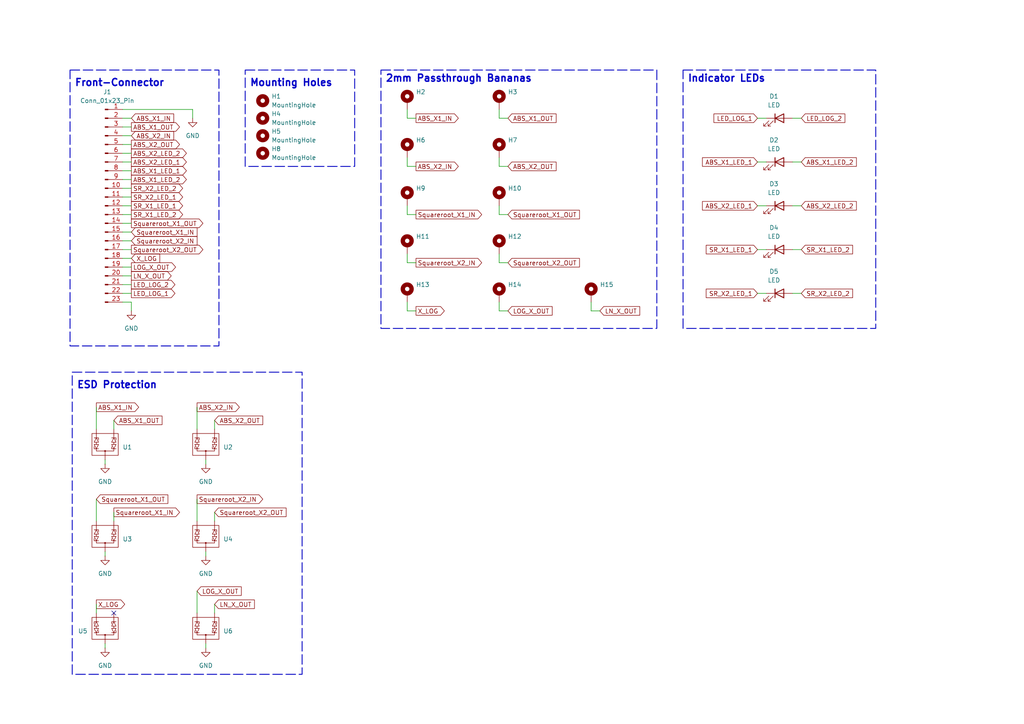
<source format=kicad_sch>
(kicad_sch (version 20231120) (generator "eeschema") (generator_version "8.0")
  (paper "A4")
  (lib_symbols
    (symbol "Connector:Conn_01x23_Pin" (pin_names (offset 1.016) hide)
      (property "Reference" "J" (at 0 30.48 0))
      (property "Value" "Conn_01x23_Pin" (at 0 -30.48 0))
      (symbol "Conn_01x23_Pin_1_1"
        (polyline (pts (xy 1.27 -27.94) (xy 0.8636 -27.94)) (stroke (width 0.1524)))
        (polyline (pts (xy 1.27 -25.4) (xy 0.8636 -25.4)) (stroke (width 0.1524)))
        (polyline (pts (xy 1.27 -22.86) (xy 0.8636 -22.86)) (stroke (width 0.1524)))
        (polyline (pts (xy 1.27 -20.32) (xy 0.8636 -20.32)) (stroke (width 0.1524)))
        (polyline (pts (xy 1.27 -17.78) (xy 0.8636 -17.78)) (stroke (width 0.1524)))
        (polyline (pts (xy 1.27 -15.24) (xy 0.8636 -15.24)) (stroke (width 0.1524)))
        (polyline (pts (xy 1.27 -12.7) (xy 0.8636 -12.7)) (stroke (width 0.1524)))
        (polyline (pts (xy 1.27 -10.16) (xy 0.8636 -10.16)) (stroke (width 0.1524)))
        (polyline (pts (xy 1.27 -7.62) (xy 0.8636 -7.62)) (stroke (width 0.1524)))
        (polyline (pts (xy 1.27 -5.08) (xy 0.8636 -5.08)) (stroke (width 0.1524)))
        (polyline (pts (xy 1.27 -2.54) (xy 0.8636 -2.54)) (stroke (width 0.1524)))
        (polyline (pts (xy 1.27 0) (xy 0.8636 0)) (stroke (width 0.1524)))
        (polyline (pts (xy 1.27 2.54) (xy 0.8636 2.54)) (stroke (width 0.1524)))
        (polyline (pts (xy 1.27 5.08) (xy 0.8636 5.08)) (stroke (width 0.1524)))
        (polyline (pts (xy 1.27 7.62) (xy 0.8636 7.62)) (stroke (width 0.1524)))
        (polyline (pts (xy 1.27 10.16) (xy 0.8636 10.16)) (stroke (width 0.1524)))
        (polyline (pts (xy 1.27 12.7) (xy 0.8636 12.7)) (stroke (width 0.1524)))
        (polyline (pts (xy 1.27 15.24) (xy 0.8636 15.24)) (stroke (width 0.1524)))
        (polyline (pts (xy 1.27 17.78) (xy 0.8636 17.78)) (stroke (width 0.1524)))
        (polyline (pts (xy 1.27 20.32) (xy 0.8636 20.32)) (stroke (width 0.1524)))
        (polyline (pts (xy 1.27 22.86) (xy 0.8636 22.86)) (stroke (width 0.1524)))
        (polyline (pts (xy 1.27 25.4) (xy 0.8636 25.4)) (stroke (width 0.1524)))
        (polyline (pts (xy 1.27 27.94) (xy 0.8636 27.94)) (stroke (width 0.1524)))
        (rectangle (start 0.8636 -27.813) (end 0 -28.067) (stroke (width 0.1524)) (fill (type outline)))
        (rectangle (start 0.8636 -25.273) (end 0 -25.527) (stroke (width 0.1524)) (fill (type outline)))
        (rectangle (start 0.8636 -22.733) (end 0 -22.987) (stroke (width 0.1524)) (fill (type outline)))
        (rectangle (start 0.8636 -20.193) (end 0 -20.447) (stroke (width 0.1524)) (fill (type outline)))
        (rectangle (start 0.8636 -17.653) (end 0 -17.907) (stroke (width 0.1524)) (fill (type outline)))
        (rectangle (start 0.8636 -15.113) (end 0 -15.367) (stroke (width 0.1524)) (fill (type outline)))
        (rectangle (start 0.8636 -12.573) (end 0 -12.827) (stroke (width 0.1524)) (fill (type outline)))
        (rectangle (start 0.8636 -10.033) (end 0 -10.287) (stroke (width 0.1524)) (fill (type outline)))
        (rectangle (start 0.8636 -7.493) (end 0 -7.747) (stroke (width 0.1524)) (fill (type outline)))
        (rectangle (start 0.8636 -4.953) (end 0 -5.207) (stroke (width 0.1524)) (fill (type outline)))
        (rectangle (start 0.8636 -2.413) (end 0 -2.667) (stroke (width 0.1524)) (fill (type outline)))
        (rectangle (start 0.8636 0.127) (end 0 -0.127) (stroke (width 0.1524)) (fill (type outline)))
        (rectangle (start 0.8636 2.667) (end 0 2.413) (stroke (width 0.1524)) (fill (type outline)))
        (rectangle (start 0.8636 5.207) (end 0 4.953) (stroke (width 0.1524)) (fill (type outline)))
        (rectangle (start 0.8636 7.747) (end 0 7.493) (stroke (width 0.1524)) (fill (type outline)))
        (rectangle (start 0.8636 10.287) (end 0 10.033) (stroke (width 0.1524)) (fill (type outline)))
        (rectangle (start 0.8636 12.827) (end 0 12.573) (stroke (width 0.1524)) (fill (type outline)))
        (rectangle (start 0.8636 15.367) (end 0 15.113) (stroke (width 0.1524)) (fill (type outline)))
        (rectangle (start 0.8636 17.907) (end 0 17.653) (stroke (width 0.1524)) (fill (type outline)))
        (rectangle (start 0.8636 20.447) (end 0 20.193) (stroke (width 0.1524)) (fill (type outline)))
        (rectangle (start 0.8636 22.987) (end 0 22.733) (stroke (width 0.1524)) (fill (type outline)))
        (rectangle (start 0.8636 25.527) (end 0 25.273) (stroke (width 0.1524)) (fill (type outline)))
        (rectangle (start 0.8636 28.067) (end 0 27.813) (stroke (width 0.1524)) (fill (type outline)))
        (pin passive line (at 5.08 27.94 180) (length 3.81) (name "Pin_1") (number "1"))
        (pin passive line (at 5.08 5.08 180) (length 3.81) (name "Pin_10") (number "10"))
        (pin passive line (at 5.08 2.54 180) (length 3.81) (name "Pin_11") (number "11"))
        (pin passive line (at 5.08 0 180) (length 3.81) (name "Pin_12") (number "12"))
        (pin passive line (at 5.08 -2.54 180) (length 3.81) (name "Pin_13") (number "13"))
        (pin passive line (at 5.08 -5.08 180) (length 3.81) (name "Pin_14") (number "14"))
        (pin passive line (at 5.08 -7.62 180) (length 3.81) (name "Pin_15") (number "15"))
        (pin passive line (at 5.08 -10.16 180) (length 3.81) (name "Pin_16") (number "16"))
        (pin passive line (at 5.08 -12.7 180) (length 3.81) (name "Pin_17") (number "17"))
        (pin passive line (at 5.08 -15.24 180) (length 3.81) (name "Pin_18") (number "18"))
        (pin passive line (at 5.08 -17.78 180) (length 3.81) (name "Pin_19") (number "19"))
        (pin passive line (at 5.08 25.4 180) (length 3.81) (name "Pin_2") (number "2"))
        (pin passive line (at 5.08 -20.32 180) (length 3.81) (name "Pin_20") (number "20"))
        (pin passive line (at 5.08 -22.86 180) (length 3.81) (name "Pin_21") (number "21"))
        (pin passive line (at 5.08 -25.4 180) (length 3.81) (name "Pin_22") (number "22"))
        (pin passive line (at 5.08 -27.94 180) (length 3.81) (name "Pin_23") (number "23"))
        (pin passive line (at 5.08 22.86 180) (length 3.81) (name "Pin_3") (number "3"))
        (pin passive line (at 5.08 20.32 180) (length 3.81) (name "Pin_4") (number "4"))
        (pin passive line (at 5.08 17.78 180) (length 3.81) (name "Pin_5") (number "5"))
        (pin passive line (at 5.08 15.24 180) (length 3.81) (name "Pin_6") (number "6"))
        (pin passive line (at 5.08 12.7 180) (length 3.81) (name "Pin_7") (number "7"))
        (pin passive line (at 5.08 10.16 180) (length 3.81) (name "Pin_8") (number "8"))
        (pin passive line (at 5.08 7.62 180) (length 3.81) (name "Pin_9") (number "9"))
      )
    )
    (symbol "Device:LED" (pin_numbers hide) (pin_names (offset 1.016) hide)
      (property "Reference" "D" (at 0 2.54 0))
      (property "Value" "LED" (at 0 -2.54 0))
      (symbol "LED_0_1"
        (polyline (pts (xy -1.27 -1.27) (xy -1.27 1.27)) (stroke (width 0.254)))
        (polyline (pts (xy -1.27 0) (xy 1.27 0)))
        (polyline (pts (xy 1.27 -1.27) (xy 1.27 1.27) (xy -1.27 0) (xy 1.27 -1.27)) (stroke (width 0.254)))
        (polyline (pts (xy -3.048 -0.762) (xy -4.572 -2.286) (xy -3.81 -2.286) (xy -4.572 -2.286) (xy -4.572 -1.524)))
        (polyline (pts (xy -1.778 -0.762) (xy -3.302 -2.286) (xy -2.54 -2.286) (xy -3.302 -2.286) (xy -3.302 -1.524)))
      )
      (symbol "LED_1_1"
        (pin passive line (at -3.81 0 0) (length 2.54) (name "K") (number "1"))
        (pin passive line (at 3.81 0 180) (length 2.54) (name "A") (number "2"))
      )
    )
    (symbol "Mechanical:MountingHole" (pin_names (offset 1.016)) (exclude_from_sim yes) (in_bom no)
      (property "Reference" "H" (at 0 5.08 0))
      (property "Value" "MountingHole" (at 0 3.175 0))
      (symbol "MountingHole_0_1"
        (circle (center 0 0) (radius 1.27) (stroke (width 1.27)))
      )
    )
    (symbol "Mechanical:MountingHole_Pad" (pin_numbers hide) (pin_names (offset 1.016) hide) (exclude_from_sim yes) (in_bom no)
      (property "Reference" "H" (at 0 6.35 0))
      (property "Value" "MountingHole_Pad" (at 0 4.445 0))
      (symbol "MountingHole_Pad_0_1"
        (circle (center 0 1.27) (radius 1.27) (stroke (width 1.27)))
      )
      (symbol "MountingHole_Pad_1_1"
        (pin input line (at 0 -2.54 90) (length 2.54) (name "1") (number "1"))
      )
    )
    (symbol "VCAN16A2-03S-E3-08_1" (pin_numbers hide) (pin_names (offset 0) hide)
      (property "Reference" "U" (at -1.27 0 0))
      (symbol "VCAN16A2-03S-E3-08_1_0_1"
        (polyline (pts (xy 0 -2.54) (xy 0.635 -2.54)))
        (polyline (pts (xy 0 2.54) (xy 0.635 2.54)))
        (polyline (pts (xy -1.27 -3.175) (xy -1.27 -1.905) (xy -0.635 -1.905)))
        (polyline (pts (xy -1.27 1.905) (xy -1.27 3.175) (xy -0.635 3.175)))
        (polyline (pts (xy 1.905 -1.905) (xy 1.905 -3.175) (xy 1.27 -3.175)))
        (polyline (pts (xy 1.905 3.175) (xy 1.905 1.905) (xy 1.27 1.905)))
        (polyline (pts (xy -1.27 -2.54) (xy 0 -1.905) (xy 0 -3.175) (xy -1.27 -2.54)))
        (polyline (pts (xy -1.27 2.54) (xy 0 3.175) (xy 0 1.905) (xy -1.27 2.54)))
        (polyline (pts (xy 0.635 -3.175) (xy 0.635 -1.905) (xy 1.905 -2.54) (xy 0.635 -3.175)))
        (polyline (pts (xy 0.635 3.175) (xy 0.635 1.905) (xy 1.905 2.54) (xy 0.635 3.175)))
        (polyline (pts (xy 1.905 2.54) (xy 2.54 2.54) (xy 2.54 -2.54) (xy 1.905 -2.54)))
      )
      (symbol "VCAN16A2-03S-E3-08_1_1_1"
        (rectangle (start -2.54 3.81) (end 3.81 -3.81))
        (circle (center 2.54 0) (radius 0.254) (stroke (width -0.0001)) (fill (type outline)))
        (pin input line (at -3.81 2.54 0) (length 2.54) (name "IN1") (number "1"))
        (pin input line (at -3.81 -2.54 0) (length 2.54) (name "IN2") (number "2"))
        (pin input line (at 5.08 0 180) (length 2.54) (name "OUT") (number "3"))
      )
    )
    (symbol "power:GND" (power) (pin_numbers hide) (pin_names (offset 0) hide)
      (property "Value" "GND" (at 0 -3.81 0))
      (symbol "GND_0_1"
        (polyline (pts (xy 0 0) (xy 0 -1.27) (xy 1.27 -1.27) (xy 0 -2.54) (xy -1.27 -1.27) (xy 0 -1.27)))
      )
      (symbol "GND_1_1"
        (pin power_in line (at 0 0 270) (length 0) (name "~") (number "1"))
      )
    )
  )
  (no_connect (at 33.02 177.8))
  (wire (pts (xy 27.94 144.78) (xy 27.94 151.13)))
  (wire (pts (xy 144.78 45.72) (xy 144.78 48.26)))
  (wire (pts (xy 219.71 34.29) (xy 222.25 34.29)))
  (wire (pts (xy 35.56 69.85) (xy 38.1 69.85)))
  (wire (pts (xy 33.02 121.92) (xy 33.02 124.46)))
  (wire (pts (xy 118.11 87.63) (xy 118.11 90.17)))
  (wire (pts (xy 118.11 45.72) (xy 118.11 48.26)))
  (wire (pts (xy 35.56 74.93) (xy 38.1 74.93)))
  (wire (pts (xy 118.11 34.29) (xy 120.65 34.29)))
  (wire (pts (xy 118.11 73.66) (xy 118.11 76.2)))
  (wire (pts (xy 35.56 77.47) (xy 38.1 77.47)))
  (wire (pts (xy 171.45 87.63) (xy 171.45 90.17)))
  (wire (pts (xy 35.56 49.53) (xy 38.1 49.53)))
  (wire (pts (xy 219.71 72.39) (xy 222.25 72.39)))
  (wire (pts (xy 35.56 80.01) (xy 38.1 80.01)))
  (wire (pts (xy 171.45 90.17) (xy 173.99 90.17)))
  (wire (pts (xy 35.56 52.07) (xy 38.1 52.07)))
  (wire (pts (xy 118.11 76.2) (xy 120.65 76.2)))
  (wire (pts (xy 144.78 76.2) (xy 147.32 76.2)))
  (wire (pts (xy 35.56 34.29) (xy 38.1 34.29)))
  (wire (pts (xy 35.56 59.69) (xy 38.1 59.69)))
  (wire (pts (xy 35.56 41.91) (xy 38.1 41.91)))
  (wire (pts (xy 229.87 85.09) (xy 232.41 85.09)))
  (wire (pts (xy 35.56 31.75) (xy 55.88 31.75)))
  (wire (pts (xy 30.48 134.62) (xy 30.48 133.35)))
  (wire (pts (xy 62.23 148.59) (xy 62.23 151.13)))
  (wire (pts (xy 144.78 34.29) (xy 147.32 34.29)))
  (wire (pts (xy 35.56 46.99) (xy 38.1 46.99)))
  (wire (pts (xy 35.56 67.31) (xy 38.1 67.31)))
  (wire (pts (xy 35.56 62.23) (xy 38.1 62.23)))
  (wire (pts (xy 229.87 59.69) (xy 232.41 59.69)))
  (wire (pts (xy 35.56 57.15) (xy 38.1 57.15)))
  (wire (pts (xy 144.78 48.26) (xy 147.32 48.26)))
  (wire (pts (xy 144.78 59.69) (xy 144.78 62.23)))
  (wire (pts (xy 35.56 85.09) (xy 38.1 85.09)))
  (wire (pts (xy 144.78 73.66) (xy 144.78 76.2)))
  (wire (pts (xy 219.71 85.09) (xy 222.25 85.09)))
  (wire (pts (xy 59.69 161.29) (xy 59.69 160.02)))
  (wire (pts (xy 35.56 36.83) (xy 38.1 36.83)))
  (wire (pts (xy 35.56 64.77) (xy 38.1 64.77)))
  (wire (pts (xy 62.23 175.26) (xy 62.23 177.8)))
  (wire (pts (xy 118.11 48.26) (xy 120.65 48.26)))
  (wire (pts (xy 118.11 59.69) (xy 118.11 62.23)))
  (wire (pts (xy 229.87 34.29) (xy 232.41 34.29)))
  (wire (pts (xy 229.87 46.99) (xy 232.41 46.99)))
  (wire (pts (xy 144.78 62.23) (xy 147.32 62.23)))
  (wire (pts (xy 118.11 62.23) (xy 120.65 62.23)))
  (wire (pts (xy 35.56 72.39) (xy 38.1 72.39)))
  (wire (pts (xy 144.78 90.17) (xy 147.32 90.17)))
  (wire (pts (xy 35.56 54.61) (xy 38.1 54.61)))
  (wire (pts (xy 118.11 90.17) (xy 120.65 90.17)))
  (wire (pts (xy 144.78 31.75) (xy 144.78 34.29)))
  (wire (pts (xy 27.94 175.26) (xy 27.94 177.8)))
  (wire (pts (xy 144.78 87.63) (xy 144.78 90.17)))
  (wire (pts (xy 229.87 72.39) (xy 232.41 72.39)))
  (wire (pts (xy 62.23 121.92) (xy 62.23 124.46)))
  (wire (pts (xy 57.15 118.11) (xy 57.15 124.46)))
  (wire (pts (xy 35.56 82.55) (xy 38.1 82.55)))
  (wire (pts (xy 30.48 187.96) (xy 30.48 186.69)))
  (wire (pts (xy 33.02 148.59) (xy 33.02 151.13)))
  (wire (pts (xy 55.88 31.75) (xy 55.88 34.29)))
  (wire (pts (xy 30.48 161.29) (xy 30.48 160.02)))
  (wire (pts (xy 219.71 59.69) (xy 222.25 59.69)))
  (wire (pts (xy 219.71 46.99) (xy 222.25 46.99)))
  (wire (pts (xy 38.1 87.63) (xy 38.1 90.17)))
  (wire (pts (xy 35.56 44.45) (xy 38.1 44.45)))
  (wire (pts (xy 57.15 144.78) (xy 57.15 151.13)))
  (wire (pts (xy 57.15 171.45) (xy 57.15 177.8)))
  (wire (pts (xy 27.94 118.11) (xy 27.94 124.46)))
  (wire (pts (xy 59.69 187.96) (xy 59.69 186.69)))
  (wire (pts (xy 35.56 87.63) (xy 38.1 87.63)))
  (wire (pts (xy 35.56 39.37) (xy 38.1 39.37)))
  (wire (pts (xy 118.11 31.75) (xy 118.11 34.29)))
  (wire (pts (xy 59.69 134.62) (xy 59.69 133.35)))
  (rectangle (start 110.49 20.32) (end 190.5 95.25) (stroke (width 0.254) (type dash)))
  (rectangle (start 71.12 20.32) (end 102.87 48.26) (stroke (width 0.254) (type dash)))
  (rectangle (start 20.955 107.95) (end 87.63 195.58) (stroke (width 0.254) (type dash)))
  (rectangle (start 20.32 20.32) (end 63.5 100.33) (stroke (width 0.254) (type dash)))
  (rectangle (start 198.12 20.32) (end 254 95.25) (stroke (width 0.254) (type dash)))
  (text "2mm Passthrough Bananas" (at 111.76 22.86 0) (effects (font (size 2.032 2.032) (thickness 0.4064) (bold yes)) (justify left)))
  (text "Front-Connector" (at 21.59 24.13 0) (effects (font (size 2.032 2.032) (thickness 0.4064) (bold yes)) (justify left)))
  (text "ESD Protection" (at 22.225 111.76 0) (effects (font (size 2.032 2.032) (bold yes)) (justify left)))
  (text "Indicator LEDs" (at 199.39 22.86 0) (effects (font (size 2.032 2.032) (thickness 0.4064) (bold yes)) (justify left)))
  (text "Mounting Holes" (at 72.39 24.13 0) (effects (font (size 2.032 2.032) (thickness 0.4064) (bold yes)) (justify left)))
  (global_label "ABS_X1_OUT" (shape output) (at 38.1 36.83 0) (property "Intersheetrefs" "${INTERSHEET_REFS}" (effects (hide yes))))
  (global_label "Squareroot_X2_OUT" (shape output) (at 38.1 72.39 0) (property "Intersheetrefs" "${INTERSHEET_REFS}" (effects (hide yes))))
  (global_label "Squareroot_X2_OUT" (shape input) (at 62.23 148.59 0) (property "Intersheetrefs" "${INTERSHEET_REFS}" (effects (hide yes))))
  (global_label "SR_X1_LED_1" (shape input) (at 219.71 72.39 180) (property "Intersheetrefs" "${INTERSHEET_REFS}" (effects (hide yes))))
  (global_label "SR_X1_LED_2" (shape input) (at 232.41 72.39 0) (property "Intersheetrefs" "${INTERSHEET_REFS}" (effects (hide yes))))
  (global_label "Squareroot_X1_OUT" (shape input) (at 27.94 144.78 0) (property "Intersheetrefs" "${INTERSHEET_REFS}" (effects (hide yes))))
  (global_label "LOG_X_OUT" (shape input) (at 147.32 90.17 0) (property "Intersheetrefs" "${INTERSHEET_REFS}" (effects (hide yes))))
  (global_label "LOG_X_OUT" (shape input) (at 57.15 171.45 0) (property "Intersheetrefs" "${INTERSHEET_REFS}" (effects (hide yes))))
  (global_label "ABS_X1_OUT" (shape input) (at 33.02 121.92 0) (property "Intersheetrefs" "${INTERSHEET_REFS}" (effects (hide yes))))
  (global_label "Squareroot_X1_IN" (shape output) (at 120.65 62.23 0) (property "Intersheetrefs" "${INTERSHEET_REFS}" (effects (hide yes))))
  (global_label "Squareroot_X2_IN" (shape output) (at 120.65 76.2 0) (property "Intersheetrefs" "${INTERSHEET_REFS}" (effects (hide yes))))
  (global_label "ABS_X1_OUT" (shape input) (at 147.32 34.29 0) (property "Intersheetrefs" "${INTERSHEET_REFS}" (effects (hide yes))))
  (global_label "LN_X_OUT" (shape input) (at 173.99 90.17 0) (property "Intersheetrefs" "${INTERSHEET_REFS}" (effects (hide yes))))
  (global_label "LED_LOG_2" (shape output) (at 38.1 82.55 0) (property "Intersheetrefs" "${INTERSHEET_REFS}" (effects (hide yes))))
  (global_label "ABS_X1_LED_2" (shape output) (at 38.1 52.07 0) (property "Intersheetrefs" "${INTERSHEET_REFS}" (effects (hide yes))))
  (global_label "ABS_X2_IN" (shape output) (at 57.15 118.11 0) (property "Intersheetrefs" "${INTERSHEET_REFS}" (effects (hide yes))))
  (global_label "ABS_X2_OUT" (shape input) (at 62.23 121.92 0) (property "Intersheetrefs" "${INTERSHEET_REFS}" (effects (hide yes))))
  (global_label "SR_X2_LED_1" (shape input) (at 219.71 85.09 180) (property "Intersheetrefs" "${INTERSHEET_REFS}" (effects (hide yes))))
  (global_label "Squareroot_X1_OUT" (shape input) (at 147.32 62.23 0) (property "Intersheetrefs" "${INTERSHEET_REFS}" (effects (hide yes))))
  (global_label "Squareroot_X2_IN" (shape input) (at 38.1 69.85 0) (property "Intersheetrefs" "${INTERSHEET_REFS}" (effects (hide yes))))
  (global_label "Squareroot_X1_IN" (shape input) (at 38.1 67.31 0) (property "Intersheetrefs" "${INTERSHEET_REFS}" (effects (hide yes))))
  (global_label "SR_X2_LED_2" (shape output) (at 38.1 54.61 0) (property "Intersheetrefs" "${INTERSHEET_REFS}" (effects (hide yes))))
  (global_label "ABS_X2_LED_1" (shape output) (at 38.1 46.99 0) (property "Intersheetrefs" "${INTERSHEET_REFS}" (effects (hide yes))))
  (global_label "ABS_X2_OUT" (shape output) (at 38.1 41.91 0) (property "Intersheetrefs" "${INTERSHEET_REFS}" (effects (hide yes))))
  (global_label "ABS_X1_IN" (shape output) (at 120.65 34.29 0) (property "Intersheetrefs" "${INTERSHEET_REFS}" (effects (hide yes))))
  (global_label "SR_X2_LED_2" (shape input) (at 232.41 85.09 0) (property "Intersheetrefs" "${INTERSHEET_REFS}" (effects (hide yes))))
  (global_label "ABS_X1_IN" (shape input) (at 38.1 34.29 0) (property "Intersheetrefs" "${INTERSHEET_REFS}" (effects (hide yes))))
  (global_label "ABS_X1_LED_1" (shape input) (at 219.71 46.99 180) (property "Intersheetrefs" "${INTERSHEET_REFS}" (effects (hide yes))))
  (global_label "ABS_X2_LED_2" (shape output) (at 38.1 44.45 0) (property "Intersheetrefs" "${INTERSHEET_REFS}" (effects (hide yes))))
  (global_label "SR_X2_LED_1" (shape output) (at 38.1 57.15 0) (property "Intersheetrefs" "${INTERSHEET_REFS}" (effects (hide yes))))
  (global_label "LN_X_OUT" (shape input) (at 62.23 175.26 0) (property "Intersheetrefs" "${INTERSHEET_REFS}" (effects (hide yes))))
  (global_label "Squareroot_X2_OUT" (shape input) (at 147.32 76.2 0) (property "Intersheetrefs" "${INTERSHEET_REFS}" (effects (hide yes))))
  (global_label "LED_LOG_1" (shape input) (at 219.71 34.29 180) (property "Intersheetrefs" "${INTERSHEET_REFS}" (effects (hide yes))))
  (global_label "ABS_X2_IN" (shape output) (at 120.65 48.26 0) (property "Intersheetrefs" "${INTERSHEET_REFS}" (effects (hide yes))))
  (global_label "LN_X_OUT" (shape output) (at 38.1 80.01 0) (property "Intersheetrefs" "${INTERSHEET_REFS}" (effects (hide yes))))
  (global_label "ABS_X2_IN" (shape input) (at 38.1 39.37 0) (property "Intersheetrefs" "${INTERSHEET_REFS}" (effects (hide yes))))
  (global_label "LOG_X_OUT" (shape output) (at 38.1 77.47 0) (property "Intersheetrefs" "${INTERSHEET_REFS}" (effects (hide yes))))
  (global_label "SR_X1_LED_1" (shape output) (at 38.1 59.69 0) (property "Intersheetrefs" "${INTERSHEET_REFS}" (effects (hide yes))))
  (global_label "X_LOG" (shape output) (at 120.65 90.17 0) (property "Intersheetrefs" "${INTERSHEET_REFS}" (effects (hide yes))))
  (global_label "ABS_X2_LED_2" (shape input) (at 232.41 59.69 0) (property "Intersheetrefs" "${INTERSHEET_REFS}" (effects (hide yes))))
  (global_label "ABS_X2_OUT" (shape input) (at 147.32 48.26 0) (property "Intersheetrefs" "${INTERSHEET_REFS}" (effects (hide yes))))
  (global_label "Squareroot_X2_IN" (shape output) (at 57.15 144.78 0) (property "Intersheetrefs" "${INTERSHEET_REFS}" (effects (hide yes))))
  (global_label "ABS_X2_LED_1" (shape input) (at 219.71 59.69 180) (property "Intersheetrefs" "${INTERSHEET_REFS}" (effects (hide yes))))
  (global_label "Squareroot_X1_OUT" (shape output) (at 38.1 64.77 0) (property "Intersheetrefs" "${INTERSHEET_REFS}" (effects (hide yes))))
  (global_label "X_LOG" (shape input) (at 38.1 74.93 0) (property "Intersheetrefs" "${INTERSHEET_REFS}" (effects (hide yes))))
  (global_label "SR_X1_LED_2" (shape output) (at 38.1 62.23 0) (property "Intersheetrefs" "${INTERSHEET_REFS}" (effects (hide yes))))
  (global_label "LED_LOG_2" (shape input) (at 232.41 34.29 0) (property "Intersheetrefs" "${INTERSHEET_REFS}" (effects (hide yes))))
  (global_label "Squareroot_X1_IN" (shape output) (at 33.02 148.59 0) (property "Intersheetrefs" "${INTERSHEET_REFS}" (effects (hide yes))))
  (global_label "ABS_X1_LED_1" (shape output) (at 38.1 49.53 0) (property "Intersheetrefs" "${INTERSHEET_REFS}" (effects (hide yes))))
  (global_label "X_LOG" (shape output) (at 27.94 175.26 0) (property "Intersheetrefs" "${INTERSHEET_REFS}" (effects (hide yes))))
  (global_label "LED_LOG_1" (shape output) (at 38.1 85.09 0) (property "Intersheetrefs" "${INTERSHEET_REFS}" (effects (hide yes))))
  (global_label "ABS_X1_LED_2" (shape input) (at 232.41 46.99 0) (property "Intersheetrefs" "${INTERSHEET_REFS}" (effects (hide yes))))
  (global_label "ABS_X1_IN" (shape output) (at 27.94 118.11 0) (property "Intersheetrefs" "${INTERSHEET_REFS}" (effects (hide yes))))
  (symbol (lib_id "Mechanical:MountingHole_Pad") (at 118.11 57.15 0) (unit 1) (exclude_from_sim yes) (in_bom no)
    (property "Reference" "H9" (at 120.65 54.6099 0) (effects (justify left)))
    (property "Value" "Squareroot_X1_IN" (effects (hide yes)))
    (property "Footprint" "MountingHole:MountingHole_4.3mm_M4_DIN965_Pad" (effects (hide yes)))
    (property "Description" "Mounting Hole with connection" (effects (hide yes)))
  )
  (symbol (lib_name "VCAN16A2-03S-E3-08_1") (lib_id "Analog_computing:VCAN16A2-03S-E3-08") (at 59.69 128.27 270) (unit 1) (exclude_from_sim yes)
    (property "Reference" "U2" (at 64.77 129.6945 90) (effects (justify left)))
    (property "Value" "VCAN16A2" (effects (hide yes)))
    (property "Footprint" "analog_computing:VCAN16A2-03S-E3-08" (effects (hide yes)))
  )
  (symbol (lib_id "power:GND") (at 38.1 90.17 0) (unit 1)
    (property "Reference" "#PWR02" (effects (hide yes)))
    (property "Value" "GND" (at 38.1 95.25 0))
    (property "Description" "Power symbol creates a global label with name \"GND\" , ground" (effects (hide yes)))
  )
  (symbol (lib_id "Mechanical:MountingHole_Pad") (at 144.78 29.21 0) (unit 1) (exclude_from_sim yes) (in_bom no)
    (property "Reference" "H3" (at 147.32 26.6699 0) (effects (justify left)))
    (property "Value" "ABS_X1_OUT" (effects (hide yes)))
    (property "Footprint" "MountingHole:MountingHole_4.3mm_M4_DIN965_Pad" (effects (hide yes)))
    (property "Description" "Mounting Hole with connection" (effects (hide yes)))
  )
  (symbol (lib_name "VCAN16A2-03S-E3-08_1") (lib_id "Analog_computing:VCAN16A2-03S-E3-08") (at 59.69 154.94 270) (unit 1) (exclude_from_sim yes)
    (property "Reference" "U4" (at 64.77 156.3645 90) (effects (justify left)))
    (property "Value" "VCAN16A2" (effects (hide yes)))
    (property "Footprint" "analog_computing:VCAN16A2-03S-E3-08" (effects (hide yes)))
  )
  (symbol (lib_id "Mechanical:MountingHole_Pad") (at 171.45 85.09 0) (unit 1) (exclude_from_sim yes) (in_bom no)
    (property "Reference" "H15" (at 173.99 82.5499 0) (effects (justify left)))
    (property "Value" "LN_X_OUT" (effects (hide yes)))
    (property "Footprint" "MountingHole:MountingHole_4.3mm_M4_DIN965_Pad" (effects (hide yes)))
    (property "Description" "Mounting Hole with connection" (effects (hide yes)))
  )
  (symbol (lib_id "power:GND") (at 59.69 134.62 0) (unit 1) (exclude_from_sim yes)
    (property "Reference" "#PWR04" (effects (hide yes)))
    (property "Value" "GND" (at 59.69 139.7 0))
    (property "Description" "Power symbol creates a global label with name \"GND\" , ground" (effects (hide yes)))
  )
  (symbol (lib_name "VCAN16A2-03S-E3-08_1") (lib_id "Analog_computing:VCAN16A2-03S-E3-08") (at 30.48 181.61 90) (mirror x) (unit 1) (exclude_from_sim yes)
    (property "Reference" "U5" (at 25.4 183.0345 90) (effects (justify left)))
    (property "Value" "VCAN16A2" (effects (hide yes)))
    (property "Footprint" "analog_computing:VCAN16A2-03S-E3-08" (effects (hide yes)))
  )
  (symbol (lib_id "Mechanical:MountingHole_Pad") (at 118.11 43.18 0) (unit 1) (exclude_from_sim yes) (in_bom no)
    (property "Reference" "H6" (at 120.65 40.6399 0) (effects (justify left)))
    (property "Value" "ABS_X2_IN" (effects (hide yes)))
    (property "Footprint" "MountingHole:MountingHole_4.3mm_M4_DIN965_Pad" (effects (hide yes)))
    (property "Description" "Mounting Hole with connection" (effects (hide yes)))
  )
  (symbol (lib_id "power:GND") (at 59.69 161.29 0) (unit 1) (exclude_from_sim yes)
    (property "Reference" "#PWR06" (effects (hide yes)))
    (property "Value" "GND" (at 59.69 166.37 0))
    (property "Description" "Power symbol creates a global label with name \"GND\" , ground" (effects (hide yes)))
  )
  (symbol (lib_id "Mechanical:MountingHole_Pad") (at 144.78 43.18 0) (unit 1) (exclude_from_sim yes) (in_bom no)
    (property "Reference" "H7" (at 147.32 40.6399 0) (effects (justify left)))
    (property "Value" "ABS_X2_OUT" (effects (hide yes)))
    (property "Footprint" "MountingHole:MountingHole_4.3mm_M4_DIN965_Pad" (effects (hide yes)))
    (property "Description" "Mounting Hole with connection" (effects (hide yes)))
  )
  (symbol (lib_id "power:GND") (at 59.69 187.96 0) (unit 1) (exclude_from_sim yes)
    (property "Reference" "#PWR08" (effects (hide yes)))
    (property "Value" "GND" (at 59.69 193.04 0))
    (property "Description" "Power symbol creates a global label with name \"GND\" , ground" (effects (hide yes)))
  )
  (symbol (lib_id "Device:LED") (at 226.06 85.09 0) (unit 1)
    (property "Reference" "D5" (at 224.4725 78.74 0))
    (property "Value" "LED" (at 224.4725 81.28 0))
    (property "Footprint" "LED_THT:LED_D3.0mm_FlatTop" (effects (hide yes)))
    (property "Description" "Light emitting diode" (effects (hide yes)))
  )
  (symbol (lib_id "Mechanical:MountingHole") (at 76.2 39.37 0) (unit 1) (exclude_from_sim yes) (in_bom no)
    (property "Reference" "H5" (at 78.74 38.0999 0) (effects (justify left)))
    (property "Value" "MountingHole" (at 78.74 40.6399 0) (effects (justify left)))
    (property "Footprint" "MountingHole:MountingHole_3.2mm_M3_DIN965" (effects (hide yes)))
    (property "Description" "Mounting Hole without connection" (effects (hide yes)))
  )
  (symbol (lib_id "Connector:Conn_01x23_Pin") (at 30.48 59.69 0) (unit 1)
    (property "Reference" "J1" (at 31.115 26.67 0))
    (property "Value" "Conn_01x23_Pin" (at 31.115 29.21 0))
    (property "Footprint" "Connector_PinSocket_2.54mm:PinSocket_1x23_P2.54mm_Vertical" (effects (hide yes)))
    (property "Description" "Generic connector, single row, 01x23, script generated" (effects (hide yes)))
  )
  (symbol (lib_id "power:GND") (at 30.48 161.29 0) (unit 1) (exclude_from_sim yes)
    (property "Reference" "#PWR05" (effects (hide yes)))
    (property "Value" "GND" (at 30.48 166.37 0))
    (property "Description" "Power symbol creates a global label with name \"GND\" , ground" (effects (hide yes)))
  )
  (symbol (lib_id "Device:LED") (at 226.06 72.39 0) (unit 1)
    (property "Reference" "D4" (at 224.4725 66.04 0))
    (property "Value" "LED" (at 224.4725 68.58 0))
    (property "Footprint" "LED_THT:LED_D3.0mm_FlatTop" (effects (hide yes)))
    (property "Description" "Light emitting diode" (effects (hide yes)))
  )
  (symbol (lib_name "VCAN16A2-03S-E3-08_1") (lib_id "Analog_computing:VCAN16A2-03S-E3-08") (at 59.69 181.61 270) (unit 1) (exclude_from_sim yes)
    (property "Reference" "U6" (at 64.77 183.0345 90) (effects (justify left)))
    (property "Value" "VCAN16A2" (effects (hide yes)))
    (property "Footprint" "analog_computing:VCAN16A2-03S-E3-08" (effects (hide yes)))
  )
  (symbol (lib_id "power:GND") (at 30.48 187.96 0) (unit 1) (exclude_from_sim yes)
    (property "Reference" "#PWR07" (effects (hide yes)))
    (property "Value" "GND" (at 30.48 193.04 0))
    (property "Description" "Power symbol creates a global label with name \"GND\" , ground" (effects (hide yes)))
  )
  (symbol (lib_id "Mechanical:MountingHole_Pad") (at 118.11 29.21 0) (unit 1) (exclude_from_sim yes) (in_bom no)
    (property "Reference" "H2" (at 120.65 26.6699 0) (effects (justify left)))
    (property "Value" "ABS_X1_IN" (effects (hide yes)))
    (property "Footprint" "MountingHole:MountingHole_4.3mm_M4_DIN965_Pad" (effects (hide yes)))
    (property "Description" "Mounting Hole with connection" (effects (hide yes)))
  )
  (symbol (lib_id "Device:LED") (at 226.06 34.29 0) (unit 1)
    (property "Reference" "D1" (at 224.4725 27.94 0))
    (property "Value" "LED" (at 224.4725 30.48 0))
    (property "Footprint" "LED_THT:LED_D3.0mm_FlatTop" (effects (hide yes)))
    (property "Description" "Light emitting diode" (effects (hide yes)))
  )
  (symbol (lib_id "Mechanical:MountingHole") (at 76.2 34.29 0) (unit 1) (exclude_from_sim yes) (in_bom no)
    (property "Reference" "H4" (at 78.74 33.0199 0) (effects (justify left)))
    (property "Value" "MountingHole" (at 78.74 35.5599 0) (effects (justify left)))
    (property "Footprint" "MountingHole:MountingHole_3.2mm_M3_DIN965" (effects (hide yes)))
    (property "Description" "Mounting Hole without connection" (effects (hide yes)))
  )
  (symbol (lib_name "VCAN16A2-03S-E3-08_1") (lib_id "Analog_computing:VCAN16A2-03S-E3-08") (at 30.48 154.94 270) (unit 1) (exclude_from_sim yes)
    (property "Reference" "U3" (at 35.56 156.3645 90) (effects (justify left)))
    (property "Value" "VCAN16A2" (effects (hide yes)))
    (property "Footprint" "analog_computing:VCAN16A2-03S-E3-08" (effects (hide yes)))
  )
  (symbol (lib_id "Device:LED") (at 226.06 46.99 0) (unit 1)
    (property "Reference" "D2" (at 224.4725 40.64 0))
    (property "Value" "LED" (at 224.4725 43.18 0))
    (property "Footprint" "LED_THT:LED_D3.0mm_FlatTop" (effects (hide yes)))
    (property "Description" "Light emitting diode" (effects (hide yes)))
  )
  (symbol (lib_id "power:GND") (at 30.48 134.62 0) (unit 1) (exclude_from_sim yes)
    (property "Reference" "#PWR03" (effects (hide yes)))
    (property "Value" "GND" (at 30.48 139.7 0))
    (property "Description" "Power symbol creates a global label with name \"GND\" , ground" (effects (hide yes)))
  )
  (symbol (lib_id "Mechanical:MountingHole_Pad") (at 118.11 85.09 0) (unit 1) (exclude_from_sim yes) (in_bom no)
    (property "Reference" "H13" (at 120.65 82.5499 0) (effects (justify left)))
    (property "Value" "X_LOG_IN" (effects (hide yes)))
    (property "Footprint" "MountingHole:MountingHole_4.3mm_M4_DIN965_Pad" (effects (hide yes)))
    (property "Description" "Mounting Hole with connection" (effects (hide yes)))
  )
  (symbol (lib_id "Mechanical:MountingHole_Pad") (at 144.78 85.09 0) (unit 1) (exclude_from_sim yes) (in_bom no)
    (property "Reference" "H14" (at 147.32 82.5499 0) (effects (justify left)))
    (property "Value" "LOG_X_OUT" (effects (hide yes)))
    (property "Footprint" "MountingHole:MountingHole_4.3mm_M4_DIN965_Pad" (effects (hide yes)))
    (property "Description" "Mounting Hole with connection" (effects (hide yes)))
  )
  (symbol (lib_id "Mechanical:MountingHole") (at 76.2 44.45 0) (unit 1) (exclude_from_sim yes) (in_bom no)
    (property "Reference" "H8" (at 78.74 43.1799 0) (effects (justify left)))
    (property "Value" "MountingHole" (at 78.74 45.7199 0) (effects (justify left)))
    (property "Footprint" "MountingHole:MountingHole_3.2mm_M3_DIN965" (effects (hide yes)))
    (property "Description" "Mounting Hole without connection" (effects (hide yes)))
  )
  (symbol (lib_id "Device:LED") (at 226.06 59.69 0) (unit 1)
    (property "Reference" "D3" (at 224.4725 53.34 0))
    (property "Value" "LED" (at 224.4725 55.88 0))
    (property "Footprint" "LED_THT:LED_D3.0mm_FlatTop" (effects (hide yes)))
    (property "Description" "Light emitting diode" (effects (hide yes)))
  )
  (symbol (lib_id "power:GND") (at 55.88 34.29 0) (unit 1)
    (property "Reference" "#PWR01" (effects (hide yes)))
    (property "Value" "GND" (at 55.88 39.37 0))
    (property "Description" "Power symbol creates a global label with name \"GND\" , ground" (effects (hide yes)))
  )
  (symbol (lib_name "VCAN16A2-03S-E3-08_1") (lib_id "Analog_computing:VCAN16A2-03S-E3-08") (at 30.48 128.27 270) (unit 1) (exclude_from_sim yes)
    (property "Reference" "U1" (at 35.56 129.6945 90) (effects (justify left)))
    (property "Value" "VCAN16A2" (effects (hide yes)))
    (property "Footprint" "analog_computing:VCAN16A2-03S-E3-08" (effects (hide yes)))
  )
  (symbol (lib_id "Mechanical:MountingHole") (at 76.2 29.21 0) (unit 1) (exclude_from_sim yes) (in_bom no)
    (property "Reference" "H1" (at 78.74 27.9399 0) (effects (justify left)))
    (property "Value" "MountingHole" (at 78.74 30.4799 0) (effects (justify left)))
    (property "Footprint" "MountingHole:MountingHole_3.2mm_M3_DIN965" (effects (hide yes)))
    (property "Description" "Mounting Hole without connection" (effects (hide yes)))
  )
  (symbol (lib_id "Mechanical:MountingHole_Pad") (at 118.11 71.12 0) (unit 1) (exclude_from_sim yes) (in_bom no)
    (property "Reference" "H11" (at 120.65 68.5799 0) (effects (justify left)))
    (property "Value" "Squareroot_X2_IN" (effects (hide yes)))
    (property "Footprint" "MountingHole:MountingHole_4.3mm_M4_DIN965_Pad" (effects (hide yes)))
    (property "Description" "Mounting Hole with connection" (effects (hide yes)))
  )
  (symbol (lib_id "Mechanical:MountingHole_Pad") (at 144.78 71.12 0) (unit 1) (exclude_from_sim yes) (in_bom no)
    (property "Reference" "H12" (at 147.32 68.5799 0) (effects (justify left)))
    (property "Value" "Squareroot_X2_OUT" (effects (hide yes)))
    (property "Footprint" "MountingHole:MountingHole_4.3mm_M4_DIN965_Pad" (effects (hide yes)))
    (property "Description" "Mounting Hole with connection" (effects (hide yes)))
  )
  (symbol (lib_id "Mechanical:MountingHole_Pad") (at 144.78 57.15 0) (unit 1) (exclude_from_sim yes) (in_bom no)
    (property "Reference" "H10" (at 147.32 54.6099 0) (effects (justify left)))
    (property "Value" "Squareroot_X1_OUT" (effects (hide yes)))
    (property "Footprint" "MountingHole:MountingHole_4.3mm_M4_DIN965_Pad" (effects (hide yes)))
    (property "Description" "Mounting Hole with connection" (effects (hide yes)))
  )
)
</source>
